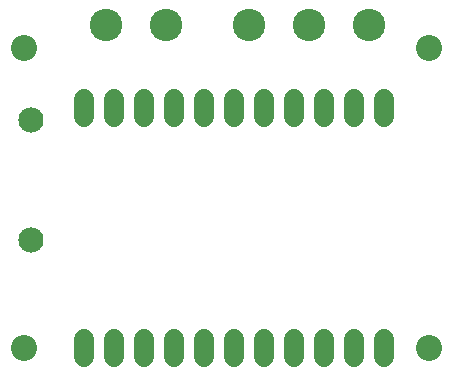
<source format=gbr>
G04 EAGLE Gerber RS-274X export*
G75*
%MOMM*%
%FSLAX34Y34*%
%LPD*%
%INSoldermask Top*%
%IPPOS*%
%AMOC8*
5,1,8,0,0,1.08239X$1,22.5*%
G01*
G04 Define Apertures*
%ADD10C,2.203200*%
%ADD11C,1.727200*%
%ADD12C,2.743200*%
%ADD13C,2.133600*%
D10*
X31750Y38100D03*
X374650Y38100D03*
X374650Y292100D03*
X31750Y292100D03*
D11*
X82550Y248920D02*
X82550Y233680D01*
X107950Y233680D02*
X107950Y248920D01*
X133350Y248920D02*
X133350Y233680D01*
X158750Y233680D02*
X158750Y248920D01*
X184150Y248920D02*
X184150Y233680D01*
X209550Y233680D02*
X209550Y248920D01*
X234950Y248920D02*
X234950Y233680D01*
X260350Y233680D02*
X260350Y248920D01*
X285750Y248920D02*
X285750Y233680D01*
X311150Y233680D02*
X311150Y248920D01*
X336550Y248920D02*
X336550Y233680D01*
X82550Y45720D02*
X82550Y30480D01*
X107950Y30480D02*
X107950Y45720D01*
X133350Y45720D02*
X133350Y30480D01*
X158750Y30480D02*
X158750Y45720D01*
X184150Y45720D02*
X184150Y30480D01*
X209550Y30480D02*
X209550Y45720D01*
X234950Y45720D02*
X234950Y30480D01*
X260350Y30480D02*
X260350Y45720D01*
X285750Y45720D02*
X285750Y30480D01*
X311150Y30480D02*
X311150Y45720D01*
X336550Y45720D02*
X336550Y30480D01*
D12*
X323850Y311150D03*
X273050Y311150D03*
X222250Y311150D03*
X101600Y311150D03*
X152400Y311150D03*
D13*
X38262Y230888D03*
X38262Y129288D03*
M02*

</source>
